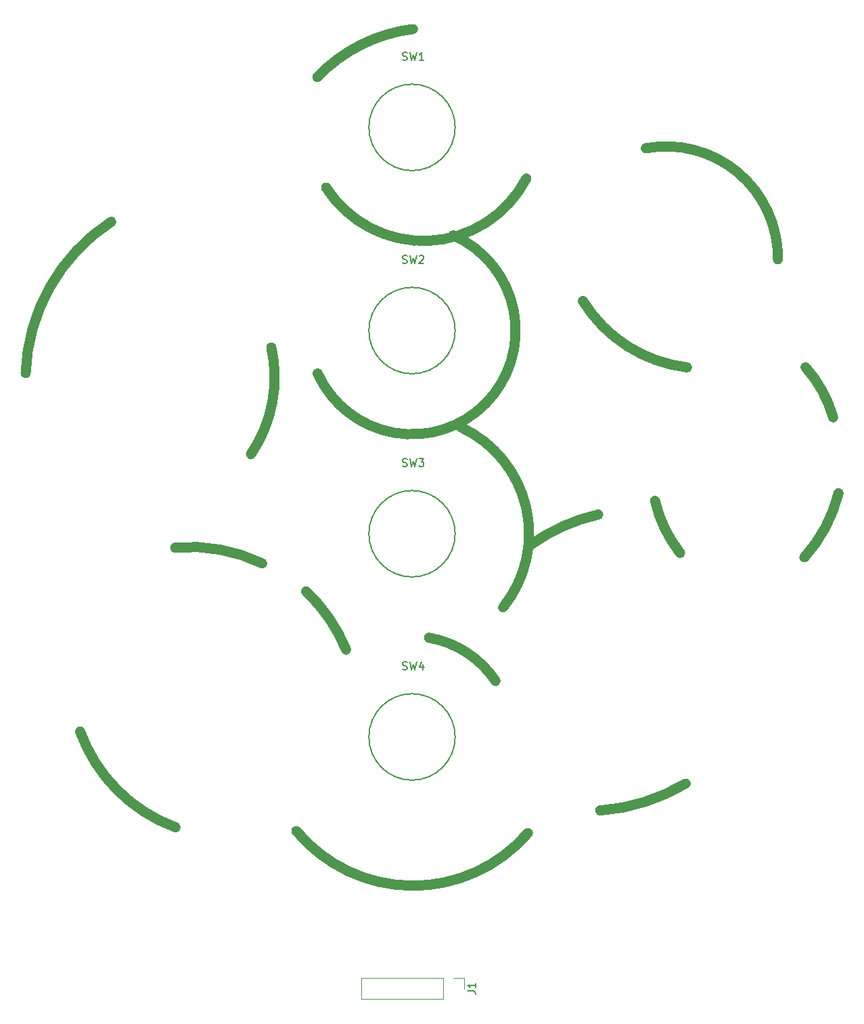
<source format=gbr>
%TF.GenerationSoftware,KiCad,Pcbnew,7.0.2*%
%TF.CreationDate,2023-04-23T11:42:29-07:00*%
%TF.ProjectId,floob-dome-switches,666c6f6f-622d-4646-9f6d-652d73776974,rev?*%
%TF.SameCoordinates,Original*%
%TF.FileFunction,Legend,Top*%
%TF.FilePolarity,Positive*%
%FSLAX46Y46*%
G04 Gerber Fmt 4.6, Leading zero omitted, Abs format (unit mm)*
G04 Created by KiCad (PCBNEW 7.0.2) date 2023-04-23 11:42:29*
%MOMM*%
%LPD*%
G01*
G04 APERTURE LIST*
%ADD10C,1.270000*%
%ADD11C,0.150000*%
%ADD12C,0.120000*%
G04 APERTURE END LIST*
D10*
X137169709Y-22803753D02*
G75*
G03*
X125200000Y-28800000I2480291J-19896247D01*
G01*
X182838226Y-51597806D02*
G75*
G03*
X166304478Y-37707268I-13983748J140540D01*
G01*
X189749998Y-71350000D02*
G75*
G03*
X186295059Y-65080627I-15399998J-4400000D01*
G01*
X186149999Y-88849999D02*
G75*
G03*
X190423886Y-80824885I-13799999J12499999D01*
G01*
X160600000Y-120499999D02*
G75*
G03*
X171301189Y-117131410I-1800000J24399999D01*
G01*
X95520019Y-110617752D02*
G75*
G03*
X107450000Y-122599998I18829981J6817752D01*
G01*
X99400001Y-46900001D02*
G75*
G03*
X88702423Y-65815402I12849999J-19749999D01*
G01*
X122575414Y-123056535D02*
G75*
G03*
X151548520Y-123324116I14600000J12150000D01*
G01*
X160347499Y-83497441D02*
G75*
G03*
X151950000Y-87250000I5152501J-22802559D01*
G01*
X167465005Y-81790312D02*
G75*
G03*
X170600001Y-88299999I15884995J3640312D01*
G01*
X148450000Y-95100000D02*
G75*
G03*
X143247619Y-72626360I-11400000J9200000D01*
G01*
X128798491Y-100390705D02*
G75*
G03*
X123799999Y-93100001I-19498489J-8009295D01*
G01*
X118300000Y-89600001D02*
G75*
G03*
X107409483Y-87633216I-9000001J-18699997D01*
G01*
X158428643Y-56792218D02*
G75*
G03*
X171450000Y-65100000I15121357J9342217D01*
G01*
X147499999Y-104300001D02*
G75*
G03*
X139190399Y-98905600I-10449998J-6999998D01*
G01*
X126297804Y-42617857D02*
G75*
G03*
X151349999Y-41500000I12202196J7817856D01*
G01*
X125239640Y-65852374D02*
G75*
G03*
X142200000Y-48600001I11810359J5352374D01*
G01*
X116900000Y-75950000D02*
G75*
G03*
X119442156Y-62607186I-14099997J9600000D01*
G01*
D11*
%TO.C,SW2*%
X135866667Y-52065000D02*
X136009524Y-52112619D01*
X136009524Y-52112619D02*
X136247619Y-52112619D01*
X136247619Y-52112619D02*
X136342857Y-52065000D01*
X136342857Y-52065000D02*
X136390476Y-52017380D01*
X136390476Y-52017380D02*
X136438095Y-51922142D01*
X136438095Y-51922142D02*
X136438095Y-51826904D01*
X136438095Y-51826904D02*
X136390476Y-51731666D01*
X136390476Y-51731666D02*
X136342857Y-51684047D01*
X136342857Y-51684047D02*
X136247619Y-51636428D01*
X136247619Y-51636428D02*
X136057143Y-51588809D01*
X136057143Y-51588809D02*
X135961905Y-51541190D01*
X135961905Y-51541190D02*
X135914286Y-51493571D01*
X135914286Y-51493571D02*
X135866667Y-51398333D01*
X135866667Y-51398333D02*
X135866667Y-51303095D01*
X135866667Y-51303095D02*
X135914286Y-51207857D01*
X135914286Y-51207857D02*
X135961905Y-51160238D01*
X135961905Y-51160238D02*
X136057143Y-51112619D01*
X136057143Y-51112619D02*
X136295238Y-51112619D01*
X136295238Y-51112619D02*
X136438095Y-51160238D01*
X136771429Y-51112619D02*
X137009524Y-52112619D01*
X137009524Y-52112619D02*
X137200000Y-51398333D01*
X137200000Y-51398333D02*
X137390476Y-52112619D01*
X137390476Y-52112619D02*
X137628572Y-51112619D01*
X137961905Y-51207857D02*
X138009524Y-51160238D01*
X138009524Y-51160238D02*
X138104762Y-51112619D01*
X138104762Y-51112619D02*
X138342857Y-51112619D01*
X138342857Y-51112619D02*
X138438095Y-51160238D01*
X138438095Y-51160238D02*
X138485714Y-51207857D01*
X138485714Y-51207857D02*
X138533333Y-51303095D01*
X138533333Y-51303095D02*
X138533333Y-51398333D01*
X138533333Y-51398333D02*
X138485714Y-51541190D01*
X138485714Y-51541190D02*
X137914286Y-52112619D01*
X137914286Y-52112619D02*
X138533333Y-52112619D01*
%TO.C,SW4*%
X135866667Y-102865000D02*
X136009524Y-102912619D01*
X136009524Y-102912619D02*
X136247619Y-102912619D01*
X136247619Y-102912619D02*
X136342857Y-102865000D01*
X136342857Y-102865000D02*
X136390476Y-102817380D01*
X136390476Y-102817380D02*
X136438095Y-102722142D01*
X136438095Y-102722142D02*
X136438095Y-102626904D01*
X136438095Y-102626904D02*
X136390476Y-102531666D01*
X136390476Y-102531666D02*
X136342857Y-102484047D01*
X136342857Y-102484047D02*
X136247619Y-102436428D01*
X136247619Y-102436428D02*
X136057143Y-102388809D01*
X136057143Y-102388809D02*
X135961905Y-102341190D01*
X135961905Y-102341190D02*
X135914286Y-102293571D01*
X135914286Y-102293571D02*
X135866667Y-102198333D01*
X135866667Y-102198333D02*
X135866667Y-102103095D01*
X135866667Y-102103095D02*
X135914286Y-102007857D01*
X135914286Y-102007857D02*
X135961905Y-101960238D01*
X135961905Y-101960238D02*
X136057143Y-101912619D01*
X136057143Y-101912619D02*
X136295238Y-101912619D01*
X136295238Y-101912619D02*
X136438095Y-101960238D01*
X136771429Y-101912619D02*
X137009524Y-102912619D01*
X137009524Y-102912619D02*
X137200000Y-102198333D01*
X137200000Y-102198333D02*
X137390476Y-102912619D01*
X137390476Y-102912619D02*
X137628572Y-101912619D01*
X138438095Y-102245952D02*
X138438095Y-102912619D01*
X138200000Y-101865000D02*
X137961905Y-102579285D01*
X137961905Y-102579285D02*
X138580952Y-102579285D01*
%TO.C,SW3*%
X135866667Y-77465000D02*
X136009524Y-77512619D01*
X136009524Y-77512619D02*
X136247619Y-77512619D01*
X136247619Y-77512619D02*
X136342857Y-77465000D01*
X136342857Y-77465000D02*
X136390476Y-77417380D01*
X136390476Y-77417380D02*
X136438095Y-77322142D01*
X136438095Y-77322142D02*
X136438095Y-77226904D01*
X136438095Y-77226904D02*
X136390476Y-77131666D01*
X136390476Y-77131666D02*
X136342857Y-77084047D01*
X136342857Y-77084047D02*
X136247619Y-77036428D01*
X136247619Y-77036428D02*
X136057143Y-76988809D01*
X136057143Y-76988809D02*
X135961905Y-76941190D01*
X135961905Y-76941190D02*
X135914286Y-76893571D01*
X135914286Y-76893571D02*
X135866667Y-76798333D01*
X135866667Y-76798333D02*
X135866667Y-76703095D01*
X135866667Y-76703095D02*
X135914286Y-76607857D01*
X135914286Y-76607857D02*
X135961905Y-76560238D01*
X135961905Y-76560238D02*
X136057143Y-76512619D01*
X136057143Y-76512619D02*
X136295238Y-76512619D01*
X136295238Y-76512619D02*
X136438095Y-76560238D01*
X136771429Y-76512619D02*
X137009524Y-77512619D01*
X137009524Y-77512619D02*
X137200000Y-76798333D01*
X137200000Y-76798333D02*
X137390476Y-77512619D01*
X137390476Y-77512619D02*
X137628572Y-76512619D01*
X137914286Y-76512619D02*
X138533333Y-76512619D01*
X138533333Y-76512619D02*
X138200000Y-76893571D01*
X138200000Y-76893571D02*
X138342857Y-76893571D01*
X138342857Y-76893571D02*
X138438095Y-76941190D01*
X138438095Y-76941190D02*
X138485714Y-76988809D01*
X138485714Y-76988809D02*
X138533333Y-77084047D01*
X138533333Y-77084047D02*
X138533333Y-77322142D01*
X138533333Y-77322142D02*
X138485714Y-77417380D01*
X138485714Y-77417380D02*
X138438095Y-77465000D01*
X138438095Y-77465000D02*
X138342857Y-77512619D01*
X138342857Y-77512619D02*
X138057143Y-77512619D01*
X138057143Y-77512619D02*
X137961905Y-77465000D01*
X137961905Y-77465000D02*
X137914286Y-77417380D01*
%TO.C,SW1*%
X135866667Y-26665000D02*
X136009524Y-26712619D01*
X136009524Y-26712619D02*
X136247619Y-26712619D01*
X136247619Y-26712619D02*
X136342857Y-26665000D01*
X136342857Y-26665000D02*
X136390476Y-26617380D01*
X136390476Y-26617380D02*
X136438095Y-26522142D01*
X136438095Y-26522142D02*
X136438095Y-26426904D01*
X136438095Y-26426904D02*
X136390476Y-26331666D01*
X136390476Y-26331666D02*
X136342857Y-26284047D01*
X136342857Y-26284047D02*
X136247619Y-26236428D01*
X136247619Y-26236428D02*
X136057143Y-26188809D01*
X136057143Y-26188809D02*
X135961905Y-26141190D01*
X135961905Y-26141190D02*
X135914286Y-26093571D01*
X135914286Y-26093571D02*
X135866667Y-25998333D01*
X135866667Y-25998333D02*
X135866667Y-25903095D01*
X135866667Y-25903095D02*
X135914286Y-25807857D01*
X135914286Y-25807857D02*
X135961905Y-25760238D01*
X135961905Y-25760238D02*
X136057143Y-25712619D01*
X136057143Y-25712619D02*
X136295238Y-25712619D01*
X136295238Y-25712619D02*
X136438095Y-25760238D01*
X136771429Y-25712619D02*
X137009524Y-26712619D01*
X137009524Y-26712619D02*
X137200000Y-25998333D01*
X137200000Y-25998333D02*
X137390476Y-26712619D01*
X137390476Y-26712619D02*
X137628572Y-25712619D01*
X138533333Y-26712619D02*
X137961905Y-26712619D01*
X138247619Y-26712619D02*
X138247619Y-25712619D01*
X138247619Y-25712619D02*
X138152381Y-25855476D01*
X138152381Y-25855476D02*
X138057143Y-25950714D01*
X138057143Y-25950714D02*
X137961905Y-25998333D01*
%TO.C,J1*%
X144017619Y-143083333D02*
X144731904Y-143083333D01*
X144731904Y-143083333D02*
X144874761Y-143130952D01*
X144874761Y-143130952D02*
X144970000Y-143226190D01*
X144970000Y-143226190D02*
X145017619Y-143369047D01*
X145017619Y-143369047D02*
X145017619Y-143464285D01*
X145017619Y-142083333D02*
X145017619Y-142654761D01*
X145017619Y-142369047D02*
X144017619Y-142369047D01*
X144017619Y-142369047D02*
X144160476Y-142464285D01*
X144160476Y-142464285D02*
X144255714Y-142559523D01*
X144255714Y-142559523D02*
X144303333Y-142654761D01*
%TO.C,SW2*%
X142450000Y-60500000D02*
G75*
G03*
X142450000Y-60500000I-5400000J0D01*
G01*
%TO.C,SW4*%
X142450000Y-111300000D02*
G75*
G03*
X142450000Y-111300000I-5400000J0D01*
G01*
%TO.C,SW3*%
X142450000Y-85900000D02*
G75*
G03*
X142450000Y-85900000I-5400000J0D01*
G01*
%TO.C,SW1*%
X142450000Y-35100000D02*
G75*
G03*
X142450000Y-35100000I-5400000J0D01*
G01*
D12*
%TO.C,J1*%
X143555000Y-141420000D02*
X143555000Y-142750000D01*
X142225000Y-141420000D02*
X143555000Y-141420000D01*
X140955000Y-141420000D02*
X130735000Y-141420000D01*
X140955000Y-141420000D02*
X140955000Y-144080000D01*
X130735000Y-141420000D02*
X130735000Y-144080000D01*
X140955000Y-144080000D02*
X130735000Y-144080000D01*
%TD*%
M02*

</source>
